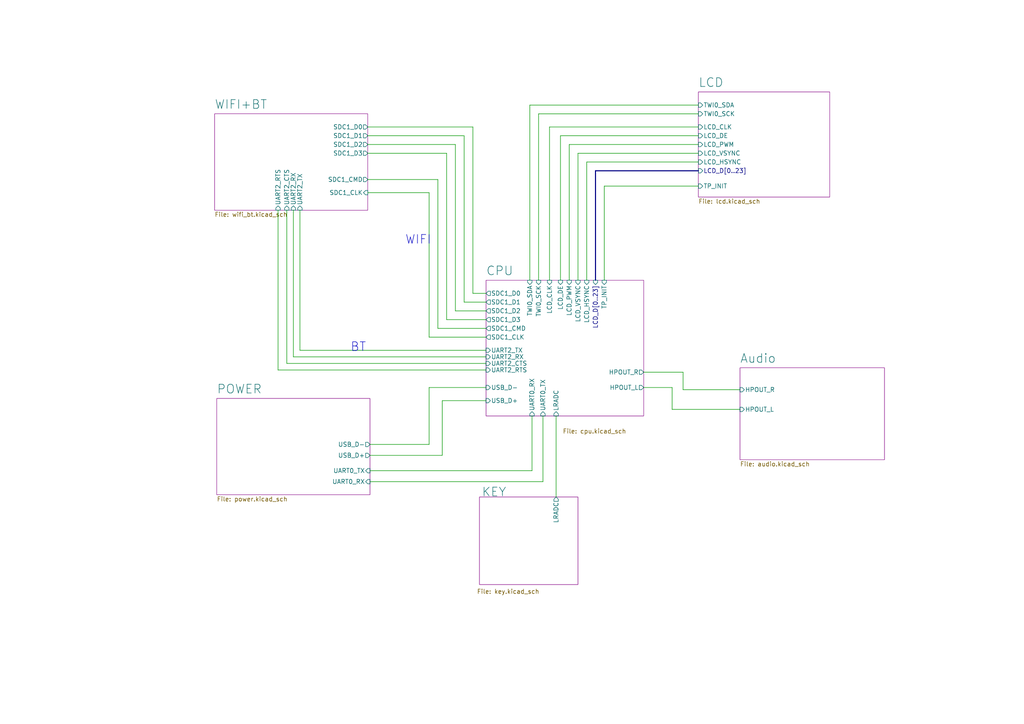
<source format=kicad_sch>
(kicad_sch (version 20210606) (generator eeschema)
  (paper "A4")
  (lib_symbols)
  (wire (pts (xy 80.645 60.96) (xy 80.645 107.315)))
  (wire (pts (xy 80.645 107.315) (xy 140.97 107.315)))
  (wire (pts (xy 83.185 60.96) (xy 83.185 105.41)))
  (wire (pts (xy 83.185 105.41) (xy 140.97 105.41)))
  (wire (pts (xy 85.09 60.96) (xy 85.09 103.505)))
  (wire (pts (xy 85.09 103.505) (xy 140.97 103.505)))
  (wire (pts (xy 86.995 60.96) (xy 86.995 101.6)))
  (wire (pts (xy 86.995 101.6) (xy 140.97 101.6)))
  (wire (pts (xy 106.68 39.37) (xy 134.62 39.37)))
  (wire (pts (xy 106.68 44.45) (xy 129.54 44.45)))
  (wire (pts (xy 106.68 55.88) (xy 124.46 55.88)))
  (wire (pts (xy 107.315 128.905) (xy 124.46 128.905)))
  (wire (pts (xy 107.315 132.08) (xy 128.27 132.08)))
  (wire (pts (xy 107.315 136.525) (xy 154.305 136.525)))
  (wire (pts (xy 124.46 55.88) (xy 124.46 97.79)))
  (wire (pts (xy 124.46 97.79) (xy 140.97 97.79)))
  (wire (pts (xy 124.46 112.395) (xy 140.97 112.395)))
  (wire (pts (xy 124.46 128.905) (xy 124.46 112.395)))
  (wire (pts (xy 127 52.07) (xy 106.68 52.07)))
  (wire (pts (xy 127 95.25) (xy 127 52.07)))
  (wire (pts (xy 128.27 116.205) (xy 140.97 116.205)))
  (wire (pts (xy 128.27 132.08) (xy 128.27 116.205)))
  (wire (pts (xy 129.54 44.45) (xy 129.54 92.71)))
  (wire (pts (xy 129.54 92.71) (xy 140.97 92.71)))
  (wire (pts (xy 132.08 41.91) (xy 106.68 41.91)))
  (wire (pts (xy 132.08 90.17) (xy 132.08 41.91)))
  (wire (pts (xy 134.62 39.37) (xy 134.62 87.63)))
  (wire (pts (xy 134.62 87.63) (xy 140.97 87.63)))
  (wire (pts (xy 137.16 36.83) (xy 106.68 36.83)))
  (wire (pts (xy 137.16 85.09) (xy 137.16 36.83)))
  (wire (pts (xy 140.97 85.09) (xy 137.16 85.09)))
  (wire (pts (xy 140.97 90.17) (xy 132.08 90.17)))
  (wire (pts (xy 140.97 95.25) (xy 127 95.25)))
  (wire (pts (xy 153.67 30.48) (xy 153.67 81.28)))
  (wire (pts (xy 154.305 120.65) (xy 154.305 136.525)))
  (wire (pts (xy 156.21 33.02) (xy 202.565 33.02)))
  (wire (pts (xy 156.21 81.28) (xy 156.21 33.02)))
  (wire (pts (xy 157.48 120.65) (xy 157.48 139.7)))
  (wire (pts (xy 157.48 139.7) (xy 107.315 139.7)))
  (wire (pts (xy 159.385 36.83) (xy 159.385 81.28)))
  (wire (pts (xy 161.29 120.65) (xy 161.29 144.145)))
  (wire (pts (xy 162.56 39.37) (xy 202.565 39.37)))
  (wire (pts (xy 162.56 81.28) (xy 162.56 39.37)))
  (wire (pts (xy 165.1 41.91) (xy 202.565 41.91)))
  (wire (pts (xy 165.1 81.28) (xy 165.1 41.91)))
  (wire (pts (xy 167.64 44.45) (xy 202.565 44.45)))
  (wire (pts (xy 167.64 81.28) (xy 167.64 44.45)))
  (wire (pts (xy 170.18 46.99) (xy 202.565 46.99)))
  (wire (pts (xy 170.18 81.28) (xy 170.18 46.99)))
  (wire (pts (xy 175.26 53.975) (xy 202.565 53.975)))
  (wire (pts (xy 175.26 81.28) (xy 175.26 53.975)))
  (wire (pts (xy 186.69 107.95) (xy 198.12 107.95)))
  (wire (pts (xy 186.69 112.395) (xy 194.945 112.395)))
  (wire (pts (xy 194.945 112.395) (xy 194.945 118.745)))
  (wire (pts (xy 194.945 118.745) (xy 214.63 118.745)))
  (wire (pts (xy 198.12 107.95) (xy 198.12 113.03)))
  (wire (pts (xy 198.12 113.03) (xy 214.63 113.03)))
  (wire (pts (xy 202.565 30.48) (xy 153.67 30.48)))
  (wire (pts (xy 202.565 36.83) (xy 159.385 36.83)))
  (bus (pts (xy 172.72 49.53) (xy 202.565 49.53)))
  (bus (pts (xy 172.72 81.28) (xy 172.72 49.53)))
  (text "BT" (at 101.6 102.235 0) (effects (font (size 2.54 2.54)) (justify left bottom)))
  (text "WIFI" (at 117.475 71.12 0) (effects (font (size 2.54 2.54)) (justify left bottom)))
  (sheet (at 214.63 106.68) (size 41.91 26.67) (stroke (width 0.0006) (color 132 0 132 1)) (fill (color 255 255 255 0.0000))
    (property "图框名称" "Audio" (at 214.63 105.4093 0) (effects (font (size 2.54 2.54)) (justify left bottom)))
    (property "图框文件" "audio.kicad_sch" (at 214.63 133.8587 0) (effects (justify left top)))
    (pin "HPOUT_L" input (at 214.63 118.745 180))
    (pin "HPOUT_R" input (at 214.63 113.03 180))
  )
  (sheet (at 140.97 81.28) (size 45.72 39.37) (stroke (width 0.0006) (color 132 0 132 1)) (fill (color 255 255 255 0.0000))
    (property "图框名称" "CPU" (at 140.97 80.0093 0) (effects (font (size 2.54 2.54)) (justify left bottom)))
    (property "图框文件" "cpu.kicad_sch" (at 163.195 124.3337 0) (effects (justify left top)))
    (pin "SDC1_D3" output (at 140.97 92.71 180))
    (pin "SDC1_CLK" output (at 140.97 97.79 180))
    (pin "SDC1_CMD" output (at 140.97 95.25 180))
    (pin "SDC1_D0" output (at 140.97 85.09 180))
    (pin "SDC1_D1" output (at 140.97 87.63 180))
    (pin "SDC1_D2" output (at 140.97 90.17 180))
    (pin "LCD_D[0..23]" input (at 172.72 81.28 90))
    (pin "LCD_VSYNC" input (at 167.64 81.28 90))
    (pin "LCD_DE" input (at 162.56 81.28 90))
    (pin "LCD_HSYNC" input (at 170.18 81.28 90))
    (pin "LCD_PWM" input (at 165.1 81.28 90))
    (pin "TWI0_SDA" input (at 153.67 81.28 90))
    (pin "TWI0_SCK" input (at 156.21 81.28 90))
    (pin "HPOUT_R" output (at 186.69 107.95 0))
    (pin "HPOUT_L" output (at 186.69 112.395 0))
    (pin "USB_D-" input (at 140.97 112.395 180))
    (pin "USB_D+" input (at 140.97 116.205 180))
    (pin "UART0_RX" input (at 154.305 120.65 270))
    (pin "UART0_TX" input (at 157.48 120.65 270))
    (pin "LRADC" input (at 161.29 120.65 270))
    (pin "UART2_CTS" input (at 140.97 105.41 180))
    (pin "UART2_TX" input (at 140.97 101.6 180))
    (pin "UART2_RX" input (at 140.97 103.505 180))
    (pin "UART2_RTS" input (at 140.97 107.315 180))
    (pin "TP_INIT" input (at 175.26 81.28 90))
    (pin "LCD_CLK" input (at 159.385 81.28 90))
  )
  (sheet (at 139.065 144.145) (size 28.575 25.4) (stroke (width 0.0006) (color 132 0 132 1)) (fill (color 255 255 255 0.0000))
    (property "图框名称" "KEY" (at 139.6993 144.145 0) (effects (font (size 2.54 2.54)) (justify left bottom)))
    (property "图框文件" "key.kicad_sch" (at 138.3037 170.815 0) (effects (justify left top)))
    (pin "LRADC" output (at 161.29 144.145 90))
  )
  (sheet (at 202.565 26.67) (size 38.1 30.48) (stroke (width 0.0006) (color 132 0 132 1)) (fill (color 255 255 255 0.0000))
    (property "图框名称" "LCD" (at 202.565 25.3993 0) (effects (font (size 2.54 2.54)) (justify left bottom)))
    (property "图框文件" "lcd.kicad_sch" (at 202.565 57.6587 0) (effects (justify left top)))
    (pin "LCD_D[0..23]" input (at 202.565 49.53 180))
    (pin "LCD_DE" input (at 202.565 39.37 180))
    (pin "LCD_HSYNC" input (at 202.565 46.99 180))
    (pin "LCD_PWM" input (at 202.565 41.91 180))
    (pin "LCD_VSYNC" input (at 202.565 44.45 180))
    (pin "TWI0_SCK" input (at 202.565 33.02 180))
    (pin "TWI0_SDA" input (at 202.565 30.48 180))
    (pin "LCD_CLK" input (at 202.565 36.83 180))
    (pin "TP_INIT" input (at 202.565 53.975 180))
  )
  (sheet (at 62.865 115.57) (size 44.45 27.94) (stroke (width 0.0006) (color 132 0 132 1)) (fill (color 255 255 255 0.0000))
    (property "图框名称" "POWER" (at 62.865 114.2993 0) (effects (font (size 2.54 2.54)) (justify left bottom)))
    (property "图框文件" "power.kicad_sch" (at 62.865 144.0187 0) (effects (justify left top)))
    (pin "USB_D+" output (at 107.315 132.08 0))
    (pin "USB_D-" output (at 107.315 128.905 0))
    (pin "UART0_TX" input (at 107.315 136.525 0))
    (pin "UART0_RX" input (at 107.315 139.7 0))
  )
  (sheet (at 62.23 33.02) (size 44.45 27.94) (stroke (width 0.0006) (color 132 0 132 1)) (fill (color 255 255 255 0.0000))
    (property "图框名称" "WIFI+BT" (at 62.23 31.7493 0) (effects (font (size 2.54 2.54)) (justify left bottom)))
    (property "图框文件" "wifi_bt.kicad_sch" (at 62.23 61.4687 0) (effects (justify left top)))
    (pin "SDC1_CMD" output (at 106.68 52.07 0))
    (pin "SDC1_CLK" input (at 106.68 55.88 0))
    (pin "SDC1_D0" output (at 106.68 36.83 0))
    (pin "SDC1_D2" output (at 106.68 41.91 0))
    (pin "SDC1_D1" output (at 106.68 39.37 0))
    (pin "SDC1_D3" output (at 106.68 44.45 0))
    (pin "UART2_CTS" input (at 83.185 60.96 270))
    (pin "UART2_RX" input (at 85.09 60.96 270))
    (pin "UART2_TX" input (at 86.995 60.96 270))
    (pin "UART2_RTS" input (at 80.645 60.96 270))
  )
)
</source>
